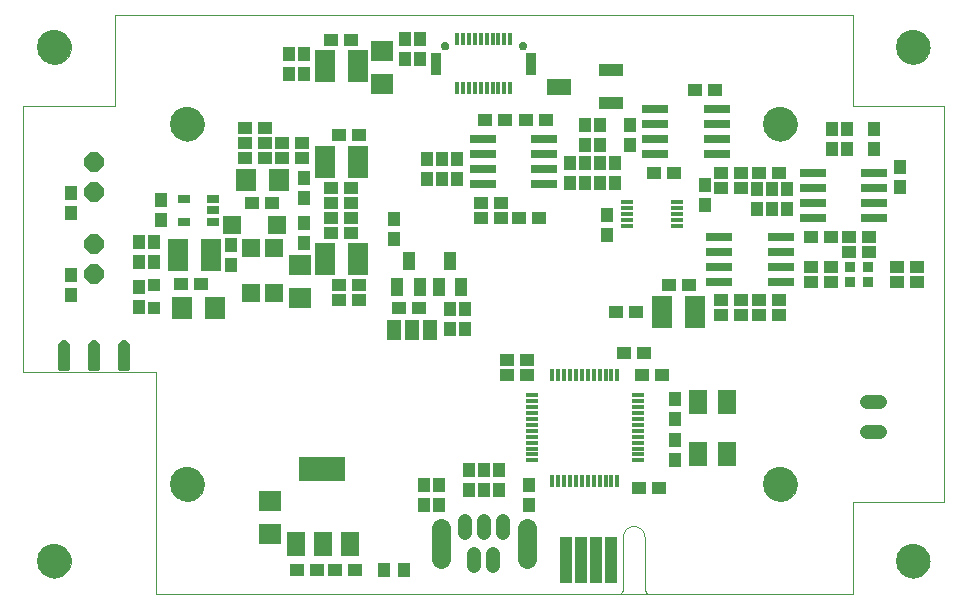
<source format=gts>
G75*
G70*
%OFA0B0*%
%FSLAX24Y24*%
%IPPOS*%
%LPD*%
%AMOC8*
5,1,8,0,0,1.08239X$1,22.5*
%
%ADD10C,0.0000*%
%ADD11C,0.1142*%
%ADD12C,0.0160*%
%ADD13R,0.0434X0.0158*%
%ADD14R,0.0158X0.0434*%
%ADD15R,0.0434X0.0473*%
%ADD16R,0.0473X0.0434*%
%ADD17R,0.0355X0.0355*%
%ADD18R,0.0630X0.0830*%
%ADD19R,0.1540X0.0830*%
%ADD20R,0.0749X0.0670*%
%ADD21R,0.0670X0.0749*%
%ADD22R,0.0591X0.0788*%
%ADD23OC8,0.0640*%
%ADD24R,0.0434X0.0434*%
%ADD25C,0.0453*%
%ADD26C,0.0630*%
%ADD27R,0.0434X0.0316*%
%ADD28R,0.0591X0.0591*%
%ADD29R,0.0670X0.1103*%
%ADD30R,0.0434X0.0591*%
%ADD31R,0.0138X0.0434*%
%ADD32C,0.0276*%
%ADD33R,0.0355X0.0749*%
%ADD34R,0.0910X0.0280*%
%ADD35R,0.0906X0.0276*%
%ADD36R,0.0434X0.0138*%
%ADD37R,0.0500X0.0670*%
%ADD38R,0.0440X0.1540*%
%ADD39C,0.0480*%
%ADD40R,0.0827X0.0394*%
%ADD41R,0.0827X0.0552*%
D10*
X000780Y001331D02*
X000782Y001378D01*
X000788Y001424D01*
X000798Y001470D01*
X000811Y001515D01*
X000829Y001558D01*
X000850Y001600D01*
X000874Y001640D01*
X000902Y001677D01*
X000933Y001712D01*
X000967Y001745D01*
X001003Y001774D01*
X001042Y001800D01*
X001083Y001823D01*
X001126Y001842D01*
X001170Y001858D01*
X001215Y001870D01*
X001261Y001878D01*
X001308Y001882D01*
X001354Y001882D01*
X001401Y001878D01*
X001447Y001870D01*
X001492Y001858D01*
X001536Y001842D01*
X001579Y001823D01*
X001620Y001800D01*
X001659Y001774D01*
X001695Y001745D01*
X001729Y001712D01*
X001760Y001677D01*
X001788Y001640D01*
X001812Y001600D01*
X001833Y001558D01*
X001851Y001515D01*
X001864Y001470D01*
X001874Y001424D01*
X001880Y001378D01*
X001882Y001331D01*
X001880Y001284D01*
X001874Y001238D01*
X001864Y001192D01*
X001851Y001147D01*
X001833Y001104D01*
X001812Y001062D01*
X001788Y001022D01*
X001760Y000985D01*
X001729Y000950D01*
X001695Y000917D01*
X001659Y000888D01*
X001620Y000862D01*
X001579Y000839D01*
X001536Y000820D01*
X001492Y000804D01*
X001447Y000792D01*
X001401Y000784D01*
X001354Y000780D01*
X001308Y000780D01*
X001261Y000784D01*
X001215Y000792D01*
X001170Y000804D01*
X001126Y000820D01*
X001083Y000839D01*
X001042Y000862D01*
X001003Y000888D01*
X000967Y000917D01*
X000933Y000950D01*
X000902Y000985D01*
X000874Y001022D01*
X000850Y001062D01*
X000829Y001104D01*
X000811Y001147D01*
X000798Y001192D01*
X000788Y001238D01*
X000782Y001284D01*
X000780Y001331D01*
X004717Y000248D02*
X004717Y007630D01*
X000288Y007630D01*
X000288Y016489D01*
X003339Y016489D01*
X003339Y019540D01*
X027945Y019540D01*
X027945Y016489D01*
X030996Y016489D01*
X030996Y003300D01*
X027945Y003300D01*
X027945Y000248D01*
X004717Y000248D01*
X005209Y003890D02*
X005211Y003937D01*
X005217Y003983D01*
X005227Y004029D01*
X005240Y004074D01*
X005258Y004117D01*
X005279Y004159D01*
X005303Y004199D01*
X005331Y004236D01*
X005362Y004271D01*
X005396Y004304D01*
X005432Y004333D01*
X005471Y004359D01*
X005512Y004382D01*
X005555Y004401D01*
X005599Y004417D01*
X005644Y004429D01*
X005690Y004437D01*
X005737Y004441D01*
X005783Y004441D01*
X005830Y004437D01*
X005876Y004429D01*
X005921Y004417D01*
X005965Y004401D01*
X006008Y004382D01*
X006049Y004359D01*
X006088Y004333D01*
X006124Y004304D01*
X006158Y004271D01*
X006189Y004236D01*
X006217Y004199D01*
X006241Y004159D01*
X006262Y004117D01*
X006280Y004074D01*
X006293Y004029D01*
X006303Y003983D01*
X006309Y003937D01*
X006311Y003890D01*
X006309Y003843D01*
X006303Y003797D01*
X006293Y003751D01*
X006280Y003706D01*
X006262Y003663D01*
X006241Y003621D01*
X006217Y003581D01*
X006189Y003544D01*
X006158Y003509D01*
X006124Y003476D01*
X006088Y003447D01*
X006049Y003421D01*
X006008Y003398D01*
X005965Y003379D01*
X005921Y003363D01*
X005876Y003351D01*
X005830Y003343D01*
X005783Y003339D01*
X005737Y003339D01*
X005690Y003343D01*
X005644Y003351D01*
X005599Y003363D01*
X005555Y003379D01*
X005512Y003398D01*
X005471Y003421D01*
X005432Y003447D01*
X005396Y003476D01*
X005362Y003509D01*
X005331Y003544D01*
X005303Y003581D01*
X005279Y003621D01*
X005258Y003663D01*
X005240Y003706D01*
X005227Y003751D01*
X005217Y003797D01*
X005211Y003843D01*
X005209Y003890D01*
X020275Y002135D02*
X020275Y000360D01*
X020242Y000310D01*
X020192Y000248D01*
X021092Y000248D01*
X021042Y000310D01*
X021005Y000360D01*
X021005Y002135D01*
X021003Y002172D01*
X020998Y002208D01*
X020988Y002244D01*
X020975Y002279D01*
X020959Y002312D01*
X020940Y002344D01*
X020917Y002373D01*
X020891Y002400D01*
X020863Y002424D01*
X020833Y002445D01*
X020801Y002463D01*
X020767Y002477D01*
X020731Y002488D01*
X020695Y002496D01*
X020658Y002500D01*
X020622Y002500D01*
X020585Y002496D01*
X020549Y002488D01*
X020513Y002477D01*
X020479Y002463D01*
X020447Y002445D01*
X020417Y002424D01*
X020389Y002400D01*
X020363Y002373D01*
X020340Y002344D01*
X020321Y002312D01*
X020305Y002279D01*
X020292Y002244D01*
X020282Y002208D01*
X020277Y002172D01*
X020275Y002135D01*
X024973Y003890D02*
X024975Y003937D01*
X024981Y003983D01*
X024991Y004029D01*
X025004Y004074D01*
X025022Y004117D01*
X025043Y004159D01*
X025067Y004199D01*
X025095Y004236D01*
X025126Y004271D01*
X025160Y004304D01*
X025196Y004333D01*
X025235Y004359D01*
X025276Y004382D01*
X025319Y004401D01*
X025363Y004417D01*
X025408Y004429D01*
X025454Y004437D01*
X025501Y004441D01*
X025547Y004441D01*
X025594Y004437D01*
X025640Y004429D01*
X025685Y004417D01*
X025729Y004401D01*
X025772Y004382D01*
X025813Y004359D01*
X025852Y004333D01*
X025888Y004304D01*
X025922Y004271D01*
X025953Y004236D01*
X025981Y004199D01*
X026005Y004159D01*
X026026Y004117D01*
X026044Y004074D01*
X026057Y004029D01*
X026067Y003983D01*
X026073Y003937D01*
X026075Y003890D01*
X026073Y003843D01*
X026067Y003797D01*
X026057Y003751D01*
X026044Y003706D01*
X026026Y003663D01*
X026005Y003621D01*
X025981Y003581D01*
X025953Y003544D01*
X025922Y003509D01*
X025888Y003476D01*
X025852Y003447D01*
X025813Y003421D01*
X025772Y003398D01*
X025729Y003379D01*
X025685Y003363D01*
X025640Y003351D01*
X025594Y003343D01*
X025547Y003339D01*
X025501Y003339D01*
X025454Y003343D01*
X025408Y003351D01*
X025363Y003363D01*
X025319Y003379D01*
X025276Y003398D01*
X025235Y003421D01*
X025196Y003447D01*
X025160Y003476D01*
X025126Y003509D01*
X025095Y003544D01*
X025067Y003581D01*
X025043Y003621D01*
X025022Y003663D01*
X025004Y003706D01*
X024991Y003751D01*
X024981Y003797D01*
X024975Y003843D01*
X024973Y003890D01*
X029402Y001331D02*
X029404Y001378D01*
X029410Y001424D01*
X029420Y001470D01*
X029433Y001515D01*
X029451Y001558D01*
X029472Y001600D01*
X029496Y001640D01*
X029524Y001677D01*
X029555Y001712D01*
X029589Y001745D01*
X029625Y001774D01*
X029664Y001800D01*
X029705Y001823D01*
X029748Y001842D01*
X029792Y001858D01*
X029837Y001870D01*
X029883Y001878D01*
X029930Y001882D01*
X029976Y001882D01*
X030023Y001878D01*
X030069Y001870D01*
X030114Y001858D01*
X030158Y001842D01*
X030201Y001823D01*
X030242Y001800D01*
X030281Y001774D01*
X030317Y001745D01*
X030351Y001712D01*
X030382Y001677D01*
X030410Y001640D01*
X030434Y001600D01*
X030455Y001558D01*
X030473Y001515D01*
X030486Y001470D01*
X030496Y001424D01*
X030502Y001378D01*
X030504Y001331D01*
X030502Y001284D01*
X030496Y001238D01*
X030486Y001192D01*
X030473Y001147D01*
X030455Y001104D01*
X030434Y001062D01*
X030410Y001022D01*
X030382Y000985D01*
X030351Y000950D01*
X030317Y000917D01*
X030281Y000888D01*
X030242Y000862D01*
X030201Y000839D01*
X030158Y000820D01*
X030114Y000804D01*
X030069Y000792D01*
X030023Y000784D01*
X029976Y000780D01*
X029930Y000780D01*
X029883Y000784D01*
X029837Y000792D01*
X029792Y000804D01*
X029748Y000820D01*
X029705Y000839D01*
X029664Y000862D01*
X029625Y000888D01*
X029589Y000917D01*
X029555Y000950D01*
X029524Y000985D01*
X029496Y001022D01*
X029472Y001062D01*
X029451Y001104D01*
X029433Y001147D01*
X029420Y001192D01*
X029410Y001238D01*
X029404Y001284D01*
X029402Y001331D01*
X024973Y015898D02*
X024975Y015945D01*
X024981Y015991D01*
X024991Y016037D01*
X025004Y016082D01*
X025022Y016125D01*
X025043Y016167D01*
X025067Y016207D01*
X025095Y016244D01*
X025126Y016279D01*
X025160Y016312D01*
X025196Y016341D01*
X025235Y016367D01*
X025276Y016390D01*
X025319Y016409D01*
X025363Y016425D01*
X025408Y016437D01*
X025454Y016445D01*
X025501Y016449D01*
X025547Y016449D01*
X025594Y016445D01*
X025640Y016437D01*
X025685Y016425D01*
X025729Y016409D01*
X025772Y016390D01*
X025813Y016367D01*
X025852Y016341D01*
X025888Y016312D01*
X025922Y016279D01*
X025953Y016244D01*
X025981Y016207D01*
X026005Y016167D01*
X026026Y016125D01*
X026044Y016082D01*
X026057Y016037D01*
X026067Y015991D01*
X026073Y015945D01*
X026075Y015898D01*
X026073Y015851D01*
X026067Y015805D01*
X026057Y015759D01*
X026044Y015714D01*
X026026Y015671D01*
X026005Y015629D01*
X025981Y015589D01*
X025953Y015552D01*
X025922Y015517D01*
X025888Y015484D01*
X025852Y015455D01*
X025813Y015429D01*
X025772Y015406D01*
X025729Y015387D01*
X025685Y015371D01*
X025640Y015359D01*
X025594Y015351D01*
X025547Y015347D01*
X025501Y015347D01*
X025454Y015351D01*
X025408Y015359D01*
X025363Y015371D01*
X025319Y015387D01*
X025276Y015406D01*
X025235Y015429D01*
X025196Y015455D01*
X025160Y015484D01*
X025126Y015517D01*
X025095Y015552D01*
X025067Y015589D01*
X025043Y015629D01*
X025022Y015671D01*
X025004Y015714D01*
X024991Y015759D01*
X024981Y015805D01*
X024975Y015851D01*
X024973Y015898D01*
X029402Y018457D02*
X029404Y018504D01*
X029410Y018550D01*
X029420Y018596D01*
X029433Y018641D01*
X029451Y018684D01*
X029472Y018726D01*
X029496Y018766D01*
X029524Y018803D01*
X029555Y018838D01*
X029589Y018871D01*
X029625Y018900D01*
X029664Y018926D01*
X029705Y018949D01*
X029748Y018968D01*
X029792Y018984D01*
X029837Y018996D01*
X029883Y019004D01*
X029930Y019008D01*
X029976Y019008D01*
X030023Y019004D01*
X030069Y018996D01*
X030114Y018984D01*
X030158Y018968D01*
X030201Y018949D01*
X030242Y018926D01*
X030281Y018900D01*
X030317Y018871D01*
X030351Y018838D01*
X030382Y018803D01*
X030410Y018766D01*
X030434Y018726D01*
X030455Y018684D01*
X030473Y018641D01*
X030486Y018596D01*
X030496Y018550D01*
X030502Y018504D01*
X030504Y018457D01*
X030502Y018410D01*
X030496Y018364D01*
X030486Y018318D01*
X030473Y018273D01*
X030455Y018230D01*
X030434Y018188D01*
X030410Y018148D01*
X030382Y018111D01*
X030351Y018076D01*
X030317Y018043D01*
X030281Y018014D01*
X030242Y017988D01*
X030201Y017965D01*
X030158Y017946D01*
X030114Y017930D01*
X030069Y017918D01*
X030023Y017910D01*
X029976Y017906D01*
X029930Y017906D01*
X029883Y017910D01*
X029837Y017918D01*
X029792Y017930D01*
X029748Y017946D01*
X029705Y017965D01*
X029664Y017988D01*
X029625Y018014D01*
X029589Y018043D01*
X029555Y018076D01*
X029524Y018111D01*
X029496Y018148D01*
X029472Y018188D01*
X029451Y018230D01*
X029433Y018273D01*
X029420Y018318D01*
X029410Y018364D01*
X029404Y018410D01*
X029402Y018457D01*
X016823Y018502D02*
X016825Y018523D01*
X016831Y018543D01*
X016840Y018563D01*
X016852Y018580D01*
X016867Y018594D01*
X016885Y018606D01*
X016905Y018614D01*
X016925Y018619D01*
X016946Y018620D01*
X016967Y018617D01*
X016987Y018611D01*
X017006Y018600D01*
X017023Y018587D01*
X017036Y018571D01*
X017047Y018553D01*
X017055Y018533D01*
X017059Y018513D01*
X017059Y018491D01*
X017055Y018471D01*
X017047Y018451D01*
X017036Y018433D01*
X017023Y018417D01*
X017006Y018404D01*
X016987Y018393D01*
X016967Y018387D01*
X016946Y018384D01*
X016925Y018385D01*
X016905Y018390D01*
X016885Y018398D01*
X016867Y018410D01*
X016852Y018424D01*
X016840Y018441D01*
X016831Y018461D01*
X016825Y018481D01*
X016823Y018502D01*
X014225Y018502D02*
X014227Y018523D01*
X014233Y018543D01*
X014242Y018563D01*
X014254Y018580D01*
X014269Y018594D01*
X014287Y018606D01*
X014307Y018614D01*
X014327Y018619D01*
X014348Y018620D01*
X014369Y018617D01*
X014389Y018611D01*
X014408Y018600D01*
X014425Y018587D01*
X014438Y018571D01*
X014449Y018553D01*
X014457Y018533D01*
X014461Y018513D01*
X014461Y018491D01*
X014457Y018471D01*
X014449Y018451D01*
X014438Y018433D01*
X014425Y018417D01*
X014408Y018404D01*
X014389Y018393D01*
X014369Y018387D01*
X014348Y018384D01*
X014327Y018385D01*
X014307Y018390D01*
X014287Y018398D01*
X014269Y018410D01*
X014254Y018424D01*
X014242Y018441D01*
X014233Y018461D01*
X014227Y018481D01*
X014225Y018502D01*
X005209Y015898D02*
X005211Y015945D01*
X005217Y015991D01*
X005227Y016037D01*
X005240Y016082D01*
X005258Y016125D01*
X005279Y016167D01*
X005303Y016207D01*
X005331Y016244D01*
X005362Y016279D01*
X005396Y016312D01*
X005432Y016341D01*
X005471Y016367D01*
X005512Y016390D01*
X005555Y016409D01*
X005599Y016425D01*
X005644Y016437D01*
X005690Y016445D01*
X005737Y016449D01*
X005783Y016449D01*
X005830Y016445D01*
X005876Y016437D01*
X005921Y016425D01*
X005965Y016409D01*
X006008Y016390D01*
X006049Y016367D01*
X006088Y016341D01*
X006124Y016312D01*
X006158Y016279D01*
X006189Y016244D01*
X006217Y016207D01*
X006241Y016167D01*
X006262Y016125D01*
X006280Y016082D01*
X006293Y016037D01*
X006303Y015991D01*
X006309Y015945D01*
X006311Y015898D01*
X006309Y015851D01*
X006303Y015805D01*
X006293Y015759D01*
X006280Y015714D01*
X006262Y015671D01*
X006241Y015629D01*
X006217Y015589D01*
X006189Y015552D01*
X006158Y015517D01*
X006124Y015484D01*
X006088Y015455D01*
X006049Y015429D01*
X006008Y015406D01*
X005965Y015387D01*
X005921Y015371D01*
X005876Y015359D01*
X005830Y015351D01*
X005783Y015347D01*
X005737Y015347D01*
X005690Y015351D01*
X005644Y015359D01*
X005599Y015371D01*
X005555Y015387D01*
X005512Y015406D01*
X005471Y015429D01*
X005432Y015455D01*
X005396Y015484D01*
X005362Y015517D01*
X005331Y015552D01*
X005303Y015589D01*
X005279Y015629D01*
X005258Y015671D01*
X005240Y015714D01*
X005227Y015759D01*
X005217Y015805D01*
X005211Y015851D01*
X005209Y015898D01*
X000780Y018457D02*
X000782Y018504D01*
X000788Y018550D01*
X000798Y018596D01*
X000811Y018641D01*
X000829Y018684D01*
X000850Y018726D01*
X000874Y018766D01*
X000902Y018803D01*
X000933Y018838D01*
X000967Y018871D01*
X001003Y018900D01*
X001042Y018926D01*
X001083Y018949D01*
X001126Y018968D01*
X001170Y018984D01*
X001215Y018996D01*
X001261Y019004D01*
X001308Y019008D01*
X001354Y019008D01*
X001401Y019004D01*
X001447Y018996D01*
X001492Y018984D01*
X001536Y018968D01*
X001579Y018949D01*
X001620Y018926D01*
X001659Y018900D01*
X001695Y018871D01*
X001729Y018838D01*
X001760Y018803D01*
X001788Y018766D01*
X001812Y018726D01*
X001833Y018684D01*
X001851Y018641D01*
X001864Y018596D01*
X001874Y018550D01*
X001880Y018504D01*
X001882Y018457D01*
X001880Y018410D01*
X001874Y018364D01*
X001864Y018318D01*
X001851Y018273D01*
X001833Y018230D01*
X001812Y018188D01*
X001788Y018148D01*
X001760Y018111D01*
X001729Y018076D01*
X001695Y018043D01*
X001659Y018014D01*
X001620Y017988D01*
X001579Y017965D01*
X001536Y017946D01*
X001492Y017930D01*
X001447Y017918D01*
X001401Y017910D01*
X001354Y017906D01*
X001308Y017906D01*
X001261Y017910D01*
X001215Y017918D01*
X001170Y017930D01*
X001126Y017946D01*
X001083Y017965D01*
X001042Y017988D01*
X001003Y018014D01*
X000967Y018043D01*
X000933Y018076D01*
X000902Y018111D01*
X000874Y018148D01*
X000850Y018188D01*
X000829Y018230D01*
X000811Y018273D01*
X000798Y018318D01*
X000788Y018364D01*
X000782Y018410D01*
X000780Y018457D01*
D11*
X001331Y001331D03*
X005760Y003890D03*
X005760Y015898D03*
X001331Y018457D03*
X025524Y015898D03*
X029953Y018457D03*
X025524Y003890D03*
X029953Y001331D03*
D12*
X003767Y007769D02*
X003767Y008519D01*
X003642Y008644D01*
X003517Y008519D01*
X003517Y007769D01*
X003767Y007769D01*
X003767Y007834D02*
X003517Y007834D01*
X003517Y007992D02*
X003767Y007992D01*
X003767Y008151D02*
X003517Y008151D01*
X003517Y008309D02*
X003767Y008309D01*
X003767Y008468D02*
X003517Y008468D01*
X003624Y008626D02*
X003660Y008626D01*
X002767Y008519D02*
X002642Y008644D01*
X002517Y008519D01*
X002517Y007769D01*
X002767Y007769D01*
X002767Y008519D01*
X002767Y008468D02*
X002517Y008468D01*
X002517Y008309D02*
X002767Y008309D01*
X002767Y008151D02*
X002517Y008151D01*
X002517Y007992D02*
X002767Y007992D01*
X002767Y007834D02*
X002517Y007834D01*
X001767Y007834D02*
X001517Y007834D01*
X001517Y007769D02*
X001767Y007769D01*
X001767Y008519D01*
X001642Y008644D01*
X001517Y008519D01*
X001517Y007769D01*
X001517Y007992D02*
X001767Y007992D01*
X001767Y008151D02*
X001517Y008151D01*
X001517Y008309D02*
X001767Y008309D01*
X001767Y008468D02*
X001517Y008468D01*
X001624Y008626D02*
X001660Y008626D01*
X002624Y008626D02*
X002660Y008626D01*
D13*
X017245Y006852D03*
X017245Y006655D03*
X017245Y006458D03*
X017245Y006261D03*
X017245Y006064D03*
X017245Y005868D03*
X017245Y005671D03*
X017245Y005474D03*
X017245Y005277D03*
X017245Y005080D03*
X017245Y004883D03*
X017245Y004686D03*
X020789Y004686D03*
X020789Y004883D03*
X020789Y005080D03*
X020789Y005277D03*
X020789Y005474D03*
X020789Y005671D03*
X020789Y005868D03*
X020789Y006064D03*
X020789Y006261D03*
X020789Y006458D03*
X020789Y006655D03*
X020789Y006852D03*
D14*
X020100Y007541D03*
X019903Y007541D03*
X019706Y007541D03*
X019509Y007541D03*
X019312Y007541D03*
X019116Y007541D03*
X018919Y007541D03*
X018722Y007541D03*
X018525Y007541D03*
X018328Y007541D03*
X018131Y007541D03*
X017934Y007541D03*
X017934Y003997D03*
X018131Y003997D03*
X018328Y003997D03*
X018525Y003997D03*
X018722Y003997D03*
X018919Y003997D03*
X019116Y003997D03*
X019312Y003997D03*
X019509Y003997D03*
X019706Y003997D03*
X019903Y003997D03*
X020100Y003997D03*
D15*
X022017Y004684D03*
X022017Y005354D03*
X022017Y006059D03*
X022017Y006729D03*
X017142Y003854D03*
X017142Y003184D03*
X016142Y003684D03*
X015642Y003684D03*
X015142Y003684D03*
X014142Y003854D03*
X013642Y003854D03*
X013642Y003184D03*
X014142Y003184D03*
X015142Y004354D03*
X015642Y004354D03*
X016142Y004354D03*
X012977Y001019D03*
X012307Y001019D03*
X014517Y009059D03*
X015017Y009059D03*
X015017Y009729D03*
X014517Y009729D03*
X012642Y012059D03*
X012642Y012729D03*
X013767Y014059D03*
X014267Y014059D03*
X014767Y014059D03*
X014767Y014729D03*
X014267Y014729D03*
X013767Y014729D03*
X009642Y014104D03*
X009642Y013434D03*
X009642Y012604D03*
X009642Y011934D03*
X007223Y011876D03*
X007223Y011207D03*
X004892Y012684D03*
X004892Y013354D03*
X004642Y011979D03*
X004142Y011979D03*
X004142Y011309D03*
X004642Y011309D03*
X004142Y010479D03*
X004142Y009809D03*
X001892Y010184D03*
X001892Y010854D03*
X001892Y012934D03*
X001892Y013604D03*
X009142Y017559D03*
X009642Y017559D03*
X009642Y018229D03*
X009142Y018229D03*
X013017Y018059D03*
X013517Y018059D03*
X013517Y018729D03*
X013017Y018729D03*
X019017Y015854D03*
X019517Y015854D03*
X020517Y015854D03*
X020517Y015184D03*
X020017Y014604D03*
X019517Y014604D03*
X019017Y014604D03*
X018517Y014604D03*
X018517Y013934D03*
X019017Y013934D03*
X019517Y013934D03*
X020017Y013934D03*
X019767Y012854D03*
X019767Y012184D03*
X023017Y013184D03*
X023017Y013854D03*
X024767Y013729D03*
X025267Y013729D03*
X025767Y013729D03*
X025767Y013059D03*
X025267Y013059D03*
X024767Y013059D03*
X027267Y015059D03*
X027767Y015059D03*
X027767Y015729D03*
X027267Y015729D03*
X028642Y015729D03*
X028642Y015059D03*
X029517Y014479D03*
X029517Y013809D03*
X019517Y015184D03*
X019017Y015184D03*
D16*
X017727Y016019D03*
X017057Y016019D03*
X016352Y016019D03*
X015682Y016019D03*
X015557Y013269D03*
X016227Y013269D03*
X016227Y012769D03*
X016807Y012769D03*
X017477Y012769D03*
X015557Y012769D03*
X011477Y010519D03*
X010807Y010519D03*
X010807Y010019D03*
X011477Y010019D03*
X012807Y009769D03*
X013477Y009769D03*
X016432Y008019D03*
X017102Y008019D03*
X017102Y007519D03*
X016432Y007519D03*
X020307Y008269D03*
X020977Y008269D03*
X020932Y007519D03*
X021602Y007519D03*
X020727Y009644D03*
X020057Y009644D03*
X021807Y010519D03*
X022477Y010519D03*
X023557Y010019D03*
X023557Y009519D03*
X024227Y009519D03*
X024227Y010019D03*
X024807Y010019D03*
X024807Y009519D03*
X025477Y009519D03*
X025477Y010019D03*
X026557Y010644D03*
X026557Y011144D03*
X027227Y011144D03*
X027807Y011644D03*
X027807Y012144D03*
X027227Y012144D03*
X026557Y012144D03*
X028477Y012144D03*
X028477Y011644D03*
X029432Y011144D03*
X030102Y011144D03*
X030102Y010644D03*
X029432Y010644D03*
X027227Y010644D03*
X024227Y013769D03*
X023557Y013769D03*
X023557Y014269D03*
X024227Y014269D03*
X024807Y014269D03*
X025477Y014269D03*
X021977Y014269D03*
X021307Y014269D03*
X022682Y017019D03*
X023352Y017019D03*
X011477Y015519D03*
X010807Y015519D03*
X009602Y015269D03*
X008932Y015269D03*
X008352Y015269D03*
X008352Y015769D03*
X007682Y015769D03*
X007682Y015269D03*
X007682Y014769D03*
X008352Y014769D03*
X008932Y014769D03*
X009602Y014769D03*
X010557Y013769D03*
X010557Y013269D03*
X011227Y013269D03*
X011227Y013769D03*
X011227Y012769D03*
X011227Y012269D03*
X010557Y012269D03*
X010557Y012769D03*
X008602Y013269D03*
X007932Y013269D03*
X006227Y010580D03*
X005557Y010580D03*
X010557Y018707D03*
X011227Y018707D03*
X020807Y003769D03*
X021477Y003769D03*
X011352Y001019D03*
X010682Y001019D03*
X010102Y001019D03*
X009432Y001019D03*
D17*
X027847Y010644D03*
X028437Y010644D03*
X028437Y011144D03*
X027847Y011144D03*
D18*
X011177Y001904D03*
X010277Y001904D03*
X009377Y001904D03*
D19*
X010267Y004384D03*
D20*
X008517Y003320D03*
X008517Y002218D03*
X009517Y010093D03*
X009517Y011195D03*
X012267Y017218D03*
X012267Y018320D03*
D21*
X008818Y014019D03*
X007716Y014019D03*
X006693Y009769D03*
X005591Y009769D03*
D22*
X022795Y006635D03*
X023740Y006635D03*
X023740Y004903D03*
X022795Y004903D03*
D23*
X002642Y010894D03*
X002642Y011894D03*
X002642Y013644D03*
X002642Y014644D03*
D24*
X004642Y010538D03*
X004642Y009750D03*
D25*
X015012Y002682D02*
X015012Y002269D01*
X015642Y002269D02*
X015642Y002682D01*
X016272Y002682D02*
X016272Y002269D01*
X015957Y001580D02*
X015957Y001166D01*
X015327Y001166D02*
X015327Y001580D01*
D26*
X014205Y001412D02*
X014205Y002436D01*
X017079Y002436D02*
X017079Y001412D01*
D27*
X006615Y012629D03*
X006615Y013019D03*
X006615Y013409D03*
X005670Y013409D03*
X005670Y012629D03*
D28*
X007269Y012519D03*
X007892Y011767D03*
X008642Y011767D03*
X008765Y012519D03*
X008642Y010271D03*
X007892Y010271D03*
D29*
X006568Y011519D03*
X005466Y011519D03*
X010341Y011394D03*
X011443Y011394D03*
X011443Y014644D03*
X010341Y014644D03*
X010341Y017832D03*
X011443Y017832D03*
X021591Y009644D03*
X022693Y009644D03*
D30*
X014891Y010461D03*
X014143Y010461D03*
X013516Y010461D03*
X012768Y010461D03*
X013142Y011327D03*
X014517Y011327D03*
D31*
X014756Y017085D03*
X014953Y017085D03*
X015150Y017085D03*
X015347Y017085D03*
X015544Y017085D03*
X015741Y017085D03*
X015937Y017085D03*
X016134Y017085D03*
X016331Y017085D03*
X016528Y017085D03*
X016528Y018739D03*
X016331Y018739D03*
X016134Y018739D03*
X015937Y018739D03*
X015741Y018739D03*
X015544Y018739D03*
X015347Y018739D03*
X015150Y018739D03*
X014953Y018739D03*
X014756Y018739D03*
D32*
X014343Y018502D03*
X016941Y018502D03*
D33*
X017217Y017912D03*
X014067Y017912D03*
D34*
X023487Y012144D03*
X023487Y011644D03*
X023487Y011144D03*
X023487Y010644D03*
X025547Y010644D03*
X025547Y011144D03*
X025547Y011644D03*
X025547Y012144D03*
D35*
X026619Y012769D03*
X026619Y013269D03*
X026619Y013769D03*
X026619Y014269D03*
X028666Y014269D03*
X028666Y013769D03*
X028666Y013269D03*
X028666Y012769D03*
X023416Y014894D03*
X023416Y015394D03*
X023416Y015894D03*
X023416Y016394D03*
X021369Y016394D03*
X021369Y015894D03*
X021369Y015394D03*
X021369Y014894D03*
X017666Y014894D03*
X017666Y015394D03*
X017666Y014394D03*
X017666Y013894D03*
X015619Y013894D03*
X015619Y014394D03*
X015619Y014894D03*
X015619Y015394D03*
D36*
X020435Y013288D03*
X020435Y013091D03*
X020435Y012894D03*
X020435Y012697D03*
X020435Y012500D03*
X022099Y012500D03*
X022099Y012697D03*
X022099Y012894D03*
X022099Y013091D03*
X022099Y013288D03*
D37*
X013867Y009019D03*
X013267Y009019D03*
X012667Y009019D03*
D38*
X018392Y001357D03*
X018892Y001357D03*
X019392Y001357D03*
X019892Y001357D03*
D39*
X028422Y005644D02*
X028862Y005644D01*
X028862Y006644D02*
X028422Y006644D01*
D40*
X019883Y016593D03*
X019883Y017695D03*
D41*
X018151Y017144D03*
M02*

</source>
